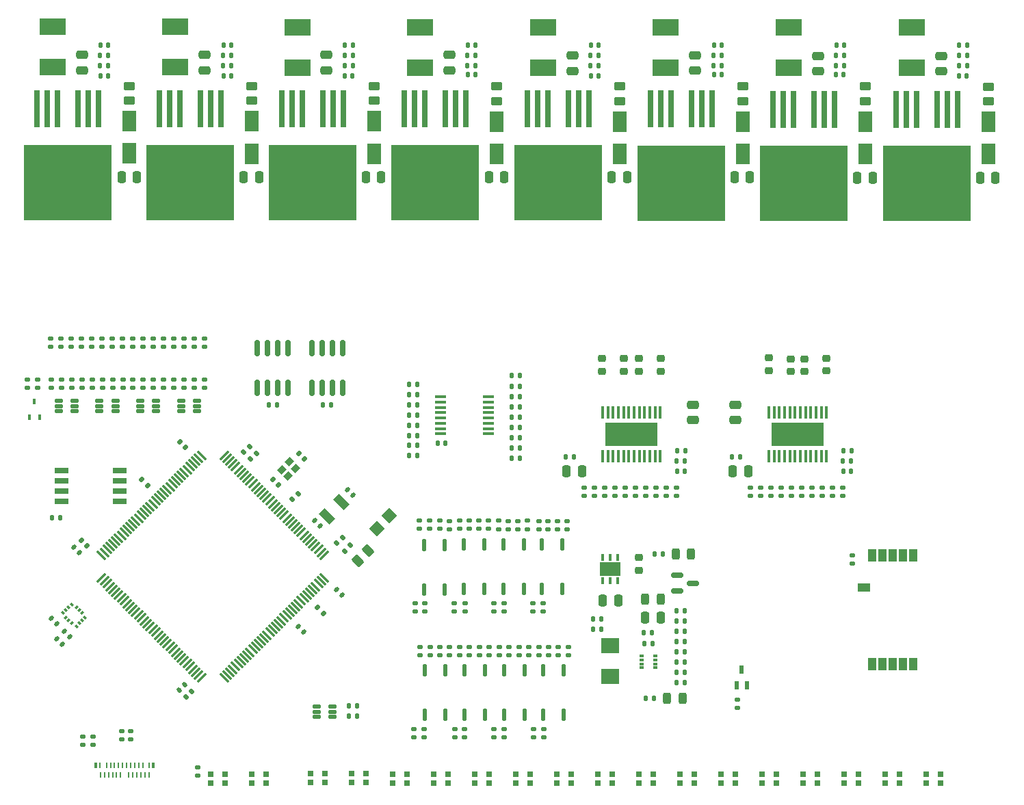
<source format=gbr>
%TF.GenerationSoftware,KiCad,Pcbnew,(6.0.8)*%
%TF.CreationDate,2023-06-01T04:18:12+02:00*%
%TF.ProjectId,pdms,70646d73-2e6b-4696-9361-645f70636258,rev?*%
%TF.SameCoordinates,Original*%
%TF.FileFunction,Paste,Top*%
%TF.FilePolarity,Positive*%
%FSLAX46Y46*%
G04 Gerber Fmt 4.6, Leading zero omitted, Abs format (unit mm)*
G04 Created by KiCad (PCBNEW (6.0.8)) date 2023-06-01 04:18:12*
%MOMM*%
%LPD*%
G01*
G04 APERTURE LIST*
G04 Aperture macros list*
%AMRoundRect*
0 Rectangle with rounded corners*
0 $1 Rounding radius*
0 $2 $3 $4 $5 $6 $7 $8 $9 X,Y pos of 4 corners*
0 Add a 4 corners polygon primitive as box body*
4,1,4,$2,$3,$4,$5,$6,$7,$8,$9,$2,$3,0*
0 Add four circle primitives for the rounded corners*
1,1,$1+$1,$2,$3*
1,1,$1+$1,$4,$5*
1,1,$1+$1,$6,$7*
1,1,$1+$1,$8,$9*
0 Add four rect primitives between the rounded corners*
20,1,$1+$1,$2,$3,$4,$5,0*
20,1,$1+$1,$4,$5,$6,$7,0*
20,1,$1+$1,$6,$7,$8,$9,0*
20,1,$1+$1,$8,$9,$2,$3,0*%
%AMRotRect*
0 Rectangle, with rotation*
0 The origin of the aperture is its center*
0 $1 length*
0 $2 width*
0 $3 Rotation angle, in degrees counterclockwise*
0 Add horizontal line*
21,1,$1,$2,0,0,$3*%
G04 Aperture macros list end*
%ADD10RoundRect,0.140000X0.170000X-0.140000X0.170000X0.140000X-0.170000X0.140000X-0.170000X-0.140000X0*%
%ADD11RoundRect,0.135000X-0.135000X-0.185000X0.135000X-0.185000X0.135000X0.185000X-0.135000X0.185000X0*%
%ADD12RoundRect,0.135000X0.185000X-0.135000X0.185000X0.135000X-0.185000X0.135000X-0.185000X-0.135000X0*%
%ADD13RoundRect,0.135000X-0.185000X0.135000X-0.185000X-0.135000X0.185000X-0.135000X0.185000X0.135000X0*%
%ADD14RoundRect,0.250000X-0.450000X0.262500X-0.450000X-0.262500X0.450000X-0.262500X0.450000X0.262500X0*%
%ADD15RoundRect,0.140000X-0.219203X-0.021213X-0.021213X-0.219203X0.219203X0.021213X0.021213X0.219203X0*%
%ADD16RoundRect,0.135000X0.135000X0.185000X-0.135000X0.185000X-0.135000X-0.185000X0.135000X-0.185000X0*%
%ADD17R,0.800000X4.600000*%
%ADD18R,10.800000X9.400000*%
%ADD19R,0.700000X0.700000*%
%ADD20RoundRect,0.250000X0.250000X0.475000X-0.250000X0.475000X-0.250000X-0.475000X0.250000X-0.475000X0*%
%ADD21R,3.180000X2.000000*%
%ADD22RoundRect,0.225000X0.250000X-0.225000X0.250000X0.225000X-0.250000X0.225000X-0.250000X-0.225000X0*%
%ADD23RoundRect,0.250000X0.475000X-0.250000X0.475000X0.250000X-0.475000X0.250000X-0.475000X-0.250000X0*%
%ADD24RoundRect,0.140000X0.140000X0.170000X-0.140000X0.170000X-0.140000X-0.170000X0.140000X-0.170000X0*%
%ADD25R,0.450000X1.525000*%
%ADD26R,6.500000X2.870000*%
%ADD27R,1.800000X2.500000*%
%ADD28RoundRect,0.150000X-0.587500X-0.150000X0.587500X-0.150000X0.587500X0.150000X-0.587500X0.150000X0*%
%ADD29RoundRect,0.135000X0.226274X0.035355X0.035355X0.226274X-0.226274X-0.035355X-0.035355X-0.226274X0*%
%ADD30RoundRect,0.225000X-0.250000X0.225000X-0.250000X-0.225000X0.250000X-0.225000X0.250000X0.225000X0*%
%ADD31RoundRect,0.019500X0.465500X0.175500X-0.465500X0.175500X-0.465500X-0.175500X0.465500X-0.175500X0*%
%ADD32RoundRect,0.019500X-0.465500X-0.175500X0.465500X-0.175500X0.465500X0.175500X-0.465500X0.175500X0*%
%ADD33R,1.750000X0.650000*%
%ADD34RoundRect,0.137500X0.137500X-0.587500X0.137500X0.587500X-0.137500X0.587500X-0.137500X-0.587500X0*%
%ADD35RoundRect,0.140000X0.219203X0.021213X0.021213X0.219203X-0.219203X-0.021213X-0.021213X-0.219203X0*%
%ADD36RoundRect,0.147500X0.017678X-0.226274X0.226274X-0.017678X-0.017678X0.226274X-0.226274X0.017678X0*%
%ADD37RoundRect,0.135000X-0.226274X-0.035355X-0.035355X-0.226274X0.226274X0.035355X0.035355X0.226274X0*%
%ADD38RoundRect,0.250000X-0.132583X0.503814X-0.503814X0.132583X0.132583X-0.503814X0.503814X-0.132583X0*%
%ADD39R,0.250000X0.750000*%
%ADD40R,0.300000X0.750000*%
%ADD41RoundRect,0.135000X-0.035355X0.226274X-0.226274X0.035355X0.035355X-0.226274X0.226274X-0.035355X0*%
%ADD42RoundRect,0.243750X0.243750X0.456250X-0.243750X0.456250X-0.243750X-0.456250X0.243750X-0.456250X0*%
%ADD43RoundRect,0.250000X-0.250000X-0.475000X0.250000X-0.475000X0.250000X0.475000X-0.250000X0.475000X0*%
%ADD44RotRect,0.300000X1.475000X315.000000*%
%ADD45RotRect,0.300000X1.475000X225.000000*%
%ADD46R,0.475000X0.300000*%
%ADD47RoundRect,0.140000X-0.140000X-0.170000X0.140000X-0.170000X0.140000X0.170000X-0.140000X0.170000X0*%
%ADD48RoundRect,0.135000X0.035355X-0.226274X0.226274X-0.035355X-0.035355X0.226274X-0.226274X0.035355X0*%
%ADD49RotRect,0.250000X0.475000X45.000000*%
%ADD50RotRect,0.250000X0.475000X315.000000*%
%ADD51RoundRect,0.250000X-0.475000X0.250000X-0.475000X-0.250000X0.475000X-0.250000X0.475000X0.250000X0*%
%ADD52R,0.300000X0.850000*%
%ADD53R,2.500000X1.700000*%
%ADD54R,0.450000X0.700000*%
%ADD55RotRect,1.000000X1.800000X225.000000*%
%ADD56RotRect,0.900000X0.800000X45.000000*%
%ADD57RoundRect,0.150000X0.150000X-0.825000X0.150000X0.825000X-0.150000X0.825000X-0.150000X-0.825000X0*%
%ADD58RotRect,1.400000X1.400000X45.000000*%
%ADD59RoundRect,0.243750X-0.243750X-0.456250X0.243750X-0.456250X0.243750X0.456250X-0.243750X0.456250X0*%
%ADD60R,2.286000X1.854500*%
%ADD61R,1.475000X0.450000*%
%ADD62R,1.000000X1.600000*%
%ADD63R,1.600000X1.000000*%
%ADD64R,0.550000X1.000000*%
%ADD65RoundRect,0.140000X-0.021213X0.219203X-0.219203X0.021213X0.021213X-0.219203X0.219203X-0.021213X0*%
G04 APERTURE END LIST*
D10*
%TO.C,C87*%
X120570000Y-132885000D03*
X120570000Y-131925000D03*
%TD*%
D11*
%TO.C,R8*%
X42668000Y-69977000D03*
X43688000Y-69977000D03*
%TD*%
D12*
%TO.C,R68*%
X21434000Y-111112000D03*
X21434000Y-110092000D03*
%TD*%
D13*
%TO.C,C91*%
X39481400Y-158138400D03*
X39481400Y-159158400D03*
%TD*%
D12*
%TO.C,R52*%
X84175600Y-144274000D03*
X84175600Y-143254000D03*
%TD*%
D13*
%TO.C,R88*%
X22606000Y-105027000D03*
X22606000Y-106047000D03*
%TD*%
D14*
%TO.C,R150*%
X122174000Y-73838750D03*
X122174000Y-75663750D03*
%TD*%
D12*
%TO.C,R34*%
X67056000Y-144274000D03*
X67056000Y-143254000D03*
%TD*%
D15*
%TO.C,C78*%
X56673256Y-136101293D03*
X57352078Y-136780115D03*
%TD*%
D12*
%TO.C,R83*%
X36586000Y-111110000D03*
X36586000Y-110090000D03*
%TD*%
D16*
%TO.C,R137*%
X79400200Y-119837200D03*
X78380200Y-119837200D03*
%TD*%
D11*
%TO.C,R46*%
X118514400Y-69951600D03*
X119534400Y-69951600D03*
%TD*%
D17*
%TO.C,IC1*%
X27279600Y-76575000D03*
X26009600Y-76575000D03*
X24739600Y-76575000D03*
X22199600Y-76575000D03*
X20929600Y-76575000D03*
X19659600Y-76575000D03*
D18*
X23469600Y-85725000D03*
%TD*%
D19*
%TO.C,D18*%
X75616400Y-160050000D03*
X75616400Y-158950000D03*
X73786400Y-158950000D03*
X73786400Y-160050000D03*
%TD*%
D12*
%TO.C,R77*%
X28979000Y-111112000D03*
X28979000Y-110092000D03*
%TD*%
D20*
%TO.C,C34*%
X123073200Y-85108450D03*
X121173200Y-85108450D03*
%TD*%
D11*
%TO.C,R143*%
X78380200Y-113487200D03*
X79400200Y-113487200D03*
%TD*%
D12*
%TO.C,R25*%
X96280000Y-124516000D03*
X96280000Y-123496000D03*
%TD*%
D21*
%TO.C,F9*%
X127882140Y-71543000D03*
X127882140Y-66543000D03*
%TD*%
D16*
%TO.C,R152*%
X79400200Y-114757200D03*
X78380200Y-114757200D03*
%TD*%
D22*
%TO.C,C73*%
X117348000Y-109029800D03*
X117348000Y-107479800D03*
%TD*%
D23*
%TO.C,C27*%
X85902800Y-71917600D03*
X85902800Y-70017600D03*
%TD*%
D12*
%TO.C,R173*%
X31242000Y-154686000D03*
X31242000Y-153666000D03*
%TD*%
%TO.C,R106*%
X28956000Y-106047000D03*
X28956000Y-105027000D03*
%TD*%
D19*
%TO.C,D10*%
X55296400Y-160020000D03*
X55296400Y-158920000D03*
X53466400Y-158920000D03*
X53466400Y-160020000D03*
%TD*%
D13*
%TO.C,R130*%
X67564000Y-153388600D03*
X67564000Y-154408600D03*
%TD*%
D22*
%TO.C,C70*%
X110223000Y-109004800D03*
X110223000Y-107454800D03*
%TD*%
D24*
%TO.C,C32*%
X119532400Y-68681600D03*
X118572400Y-68681600D03*
%TD*%
D16*
%TO.C,R156*%
X79400200Y-112217200D03*
X78380200Y-112217200D03*
%TD*%
D25*
%TO.C,IC7*%
X89638000Y-119606000D03*
X90288000Y-119606000D03*
X90938000Y-119606000D03*
X91588000Y-119606000D03*
X92238000Y-119606000D03*
X92888000Y-119606000D03*
X93538000Y-119606000D03*
X94188000Y-119606000D03*
X94838000Y-119606000D03*
X95488000Y-119606000D03*
X96138000Y-119606000D03*
X96788000Y-119606000D03*
X96788000Y-114182000D03*
X96138000Y-114182000D03*
X95488000Y-114182000D03*
X94838000Y-114182000D03*
X94188000Y-114182000D03*
X93538000Y-114182000D03*
X92888000Y-114182000D03*
X92238000Y-114182000D03*
X91588000Y-114182000D03*
X90938000Y-114182000D03*
X90288000Y-114182000D03*
X89638000Y-114182000D03*
D26*
X93213000Y-116894000D03*
%TD*%
D19*
%TO.C,D21*%
X106096400Y-160050000D03*
X106096400Y-158950000D03*
X104266400Y-158950000D03*
X104266400Y-160050000D03*
%TD*%
D23*
%TO.C,C39*%
X131521200Y-71968400D03*
X131521200Y-70068400D03*
%TD*%
D13*
%TO.C,R80*%
X32766000Y-110094000D03*
X32766000Y-111114000D03*
%TD*%
D16*
%TO.C,R62*%
X99824000Y-142544800D03*
X98804000Y-142544800D03*
%TD*%
D12*
%TO.C,R9*%
X74345800Y-128602200D03*
X74345800Y-127582200D03*
%TD*%
D24*
%TO.C,C24*%
X89152000Y-68707000D03*
X88192000Y-68707000D03*
%TD*%
D27*
%TO.C,D5*%
X76550780Y-82168000D03*
X76550780Y-78168000D03*
%TD*%
D12*
%TO.C,R75*%
X26439000Y-111112000D03*
X26439000Y-110092000D03*
%TD*%
D28*
%TO.C,Q1*%
X98902400Y-134370800D03*
X98902400Y-136270800D03*
X100777400Y-135320800D03*
%TD*%
D11*
%TO.C,R109*%
X96063100Y-131724400D03*
X97083100Y-131724400D03*
%TD*%
D29*
%TO.C,C42*%
X49529108Y-123182699D03*
X48807860Y-122461451D03*
%TD*%
D13*
%TO.C,R49*%
X82956400Y-143254000D03*
X82956400Y-144274000D03*
%TD*%
%TO.C,R111*%
X70662800Y-127618200D03*
X70662800Y-128638200D03*
%TD*%
%TO.C,R179*%
X25273000Y-154303000D03*
X25273000Y-155323000D03*
%TD*%
D12*
%TO.C,R41*%
X74371200Y-144274000D03*
X74371200Y-143254000D03*
%TD*%
D23*
%TO.C,C23*%
X70662800Y-71816000D03*
X70662800Y-69916000D03*
%TD*%
D12*
%TO.C,R165*%
X39116000Y-106047000D03*
X39116000Y-105027000D03*
%TD*%
D13*
%TO.C,R112*%
X67665600Y-137767600D03*
X67665600Y-138787600D03*
%TD*%
D30*
%TO.C,C55*%
X94149900Y-132155800D03*
X94149900Y-133705800D03*
%TD*%
D20*
%TO.C,C54*%
X91549900Y-137430800D03*
X89649900Y-137430800D03*
%TD*%
D29*
%TO.C,C48*%
X33319957Y-123224560D03*
X32598709Y-122503312D03*
%TD*%
D15*
%TO.C,C81*%
X52004547Y-140724039D03*
X52683369Y-141402861D03*
%TD*%
D24*
%TO.C,C5*%
X43686000Y-68707000D03*
X42726000Y-68707000D03*
%TD*%
D31*
%TO.C,D24*%
X29324000Y-114046000D03*
X29324000Y-113396000D03*
X29324000Y-112746000D03*
D32*
X27364000Y-112746000D03*
X27364000Y-113396000D03*
X27364000Y-114046000D03*
%TD*%
D13*
%TO.C,R122*%
X85242400Y-127607600D03*
X85242400Y-128627600D03*
%TD*%
D33*
%TO.C,IC20*%
X29910000Y-125160000D03*
X29910000Y-123890000D03*
X29910000Y-122620000D03*
X29910000Y-121350000D03*
X22660000Y-121350000D03*
X22660000Y-122620000D03*
X22660000Y-123890000D03*
X22660000Y-125160000D03*
%TD*%
D21*
%TO.C,F2*%
X21590000Y-71455000D03*
X21590000Y-66455000D03*
%TD*%
D11*
%TO.C,R153*%
X65682600Y-118262400D03*
X66702600Y-118262400D03*
%TD*%
D13*
%TO.C,R86*%
X40396000Y-110092000D03*
X40396000Y-111112000D03*
%TD*%
%TO.C,R162*%
X35306000Y-105027000D03*
X35306000Y-106047000D03*
%TD*%
D34*
%TO.C,U4*%
X72491600Y-136049200D03*
X75031600Y-136049200D03*
X75031600Y-130549200D03*
X72491600Y-130549200D03*
%TD*%
D12*
%TO.C,R91*%
X26416000Y-106047000D03*
X26416000Y-105027000D03*
%TD*%
D19*
%TO.C,D15*%
X121336400Y-160050000D03*
X121336400Y-158950000D03*
X119506400Y-158950000D03*
X119506400Y-160050000D03*
%TD*%
D20*
%TO.C,C56*%
X96809600Y-139573000D03*
X94909600Y-139573000D03*
%TD*%
%TO.C,C22*%
X77449980Y-85070200D03*
X75549980Y-85070200D03*
%TD*%
D12*
%TO.C,R50*%
X81737200Y-144274000D03*
X81737200Y-143254000D03*
%TD*%
D13*
%TO.C,R124*%
X75565000Y-143254000D03*
X75565000Y-144274000D03*
%TD*%
D24*
%TO.C,C65*%
X49305400Y-113244400D03*
X48345400Y-113244400D03*
%TD*%
D35*
%TO.C,C82*%
X24883608Y-131584542D03*
X24204786Y-130905720D03*
%TD*%
D13*
%TO.C,R43*%
X78079600Y-143254000D03*
X78079600Y-144274000D03*
%TD*%
D17*
%TO.C,IC5*%
X87948520Y-76624750D03*
X86678520Y-76624750D03*
X85408520Y-76624750D03*
X82868520Y-76624750D03*
X81598520Y-76624750D03*
X80328520Y-76624750D03*
D18*
X84138520Y-85774750D03*
%TD*%
D13*
%TO.C,R133*%
X82346800Y-153414000D03*
X82346800Y-154434000D03*
%TD*%
D11*
%TO.C,R28*%
X85102000Y-119733000D03*
X86122000Y-119733000D03*
%TD*%
D14*
%TO.C,R151*%
X137381740Y-73851500D03*
X137381740Y-75676500D03*
%TD*%
D12*
%TO.C,R87*%
X21336000Y-106047000D03*
X21336000Y-105027000D03*
%TD*%
D13*
%TO.C,R132*%
X77419200Y-153414000D03*
X77419200Y-154434000D03*
%TD*%
D22*
%TO.C,C72*%
X114623000Y-109097800D03*
X114623000Y-107547800D03*
%TD*%
D36*
%TO.C,D33*%
X57715990Y-131337055D03*
X58401884Y-130651161D03*
%TD*%
D17*
%TO.C,IC3*%
X57533040Y-76599250D03*
X56263040Y-76599250D03*
X54993040Y-76599250D03*
X52453040Y-76599250D03*
X51183040Y-76599250D03*
X49913040Y-76599250D03*
D18*
X53723040Y-85749250D03*
%TD*%
D37*
%TO.C,C46*%
X52040752Y-119228559D03*
X52762000Y-119949807D03*
%TD*%
D13*
%TO.C,R100*%
X113036889Y-123474455D03*
X113036889Y-124494455D03*
%TD*%
%TO.C,R164*%
X37846000Y-105027000D03*
X37846000Y-106047000D03*
%TD*%
%TO.C,R107*%
X30226000Y-105027000D03*
X30226000Y-106047000D03*
%TD*%
D34*
%TO.C,U8*%
X72517000Y-151594000D03*
X75057000Y-151594000D03*
X75057000Y-146094000D03*
X72517000Y-146094000D03*
%TD*%
D12*
%TO.C,R110*%
X66446400Y-138787600D03*
X66446400Y-137767600D03*
%TD*%
D11*
%TO.C,C63*%
X88440800Y-140995400D03*
X89460800Y-140995400D03*
%TD*%
D12*
%TO.C,R119*%
X81127600Y-154434000D03*
X81127600Y-153414000D03*
%TD*%
D38*
%TO.C,R54*%
X60589235Y-131307765D03*
X59298765Y-132598235D03*
%TD*%
D17*
%TO.C,IC9*%
X133571740Y-76663000D03*
X132301740Y-76663000D03*
X131031740Y-76663000D03*
X128491740Y-76663000D03*
X127221740Y-76663000D03*
X125951740Y-76663000D03*
D18*
X129761740Y-85813000D03*
%TD*%
D16*
%TO.C,C60*%
X99824000Y-147624800D03*
X98804000Y-147624800D03*
%TD*%
D13*
%TO.C,R98*%
X110496889Y-123474455D03*
X110496889Y-124494455D03*
%TD*%
D20*
%TO.C,C30*%
X107865460Y-85095700D03*
X105965460Y-85095700D03*
%TD*%
D24*
%TO.C,C9*%
X58701440Y-68707000D03*
X57741440Y-68707000D03*
%TD*%
D39*
%TO.C,J6*%
X27430000Y-157838800D03*
X28230000Y-157838800D03*
X28730000Y-157838800D03*
X29230000Y-157838800D03*
X29730000Y-157838800D03*
X30230000Y-157838800D03*
X30730000Y-157838800D03*
X31230000Y-157838800D03*
X31730000Y-157838800D03*
X32230000Y-157838800D03*
X32730000Y-157838800D03*
X33530000Y-157838800D03*
X33480000Y-159088800D03*
X32980000Y-159088800D03*
X32480000Y-159088800D03*
X31980000Y-159088800D03*
X31480000Y-159088800D03*
X30980000Y-159088800D03*
X29980000Y-159088800D03*
X29480000Y-159088800D03*
X28980000Y-159088800D03*
X28480000Y-159088800D03*
X27980000Y-159088800D03*
X27480000Y-159088800D03*
D40*
X26930000Y-157838800D03*
X34030000Y-157838800D03*
%TD*%
D12*
%TO.C,R104*%
X119386889Y-124494455D03*
X119386889Y-123474455D03*
%TD*%
D41*
%TO.C,C49*%
X38799329Y-148709113D03*
X38078081Y-149430361D03*
%TD*%
D19*
%TO.C,D16*%
X70536400Y-160050000D03*
X70536400Y-158950000D03*
X68706400Y-158950000D03*
X68706400Y-160050000D03*
%TD*%
D27*
%TO.C,D1*%
X31089600Y-82131000D03*
X31089600Y-78131000D03*
%TD*%
D42*
%TO.C,D34*%
X99517200Y-149606000D03*
X97642200Y-149606000D03*
%TD*%
D13*
%TO.C,R92*%
X27686000Y-105027000D03*
X27686000Y-106047000D03*
%TD*%
D16*
%TO.C,R154*%
X66677000Y-119481600D03*
X65657000Y-119481600D03*
%TD*%
D11*
%TO.C,R141*%
X65682600Y-115824000D03*
X66702600Y-115824000D03*
%TD*%
D13*
%TO.C,R71*%
X25244000Y-110092000D03*
X25244000Y-111112000D03*
%TD*%
%TO.C,R97*%
X109226889Y-123474455D03*
X109226889Y-124494455D03*
%TD*%
D24*
%TO.C,C28*%
X104392000Y-68681600D03*
X103432000Y-68681600D03*
%TD*%
D19*
%TO.C,D36*%
X48016400Y-160062000D03*
X48016400Y-158962000D03*
X46186400Y-158962000D03*
X46186400Y-160062000D03*
%TD*%
D43*
%TO.C,C19*%
X85170000Y-121511000D03*
X87070000Y-121511000D03*
%TD*%
D11*
%TO.C,R60*%
X98804000Y-145084800D03*
X99824000Y-145084800D03*
%TD*%
%TO.C,R96*%
X119384889Y-120219455D03*
X120404889Y-120219455D03*
%TD*%
D19*
%TO.C,D30*%
X101016400Y-160050000D03*
X101016400Y-158950000D03*
X99186400Y-158950000D03*
X99186400Y-160050000D03*
%TD*%
D11*
%TO.C,R53*%
X133722140Y-71221600D03*
X134742140Y-71221600D03*
%TD*%
D24*
%TO.C,C64*%
X56004400Y-113244400D03*
X55044400Y-113244400D03*
%TD*%
D12*
%TO.C,R175*%
X30099000Y-154686000D03*
X30099000Y-153666000D03*
%TD*%
D17*
%TO.C,IC2*%
X42409600Y-76586500D03*
X41139600Y-76586500D03*
X39869600Y-76586500D03*
X37329600Y-76586500D03*
X36059600Y-76586500D03*
X34789600Y-76586500D03*
D18*
X38599600Y-85736500D03*
%TD*%
D13*
%TO.C,R166*%
X40386000Y-105027000D03*
X40386000Y-106047000D03*
%TD*%
D11*
%TO.C,R105*%
X119427889Y-118949455D03*
X120447889Y-118949455D03*
%TD*%
D44*
%TO.C,IC19*%
X55174508Y-131868942D03*
X54820955Y-131515388D03*
X54467401Y-131161835D03*
X54113848Y-130808282D03*
X53760294Y-130454728D03*
X53406741Y-130101175D03*
X53053188Y-129747621D03*
X52699634Y-129394068D03*
X52346081Y-129040515D03*
X51992527Y-128686961D03*
X51638974Y-128333408D03*
X51285421Y-127979854D03*
X50931867Y-127626301D03*
X50578314Y-127272748D03*
X50224760Y-126919194D03*
X49871207Y-126565641D03*
X49517654Y-126212087D03*
X49164100Y-125858534D03*
X48810547Y-125504981D03*
X48456994Y-125151427D03*
X48103440Y-124797874D03*
X47749887Y-124444321D03*
X47396333Y-124090767D03*
X47042780Y-123737214D03*
X46689227Y-123383660D03*
X46335673Y-123030107D03*
X45982120Y-122676554D03*
X45628566Y-122323000D03*
X45275013Y-121969447D03*
X44921460Y-121615893D03*
X44567906Y-121262340D03*
X44214353Y-120908787D03*
X43860799Y-120555233D03*
X43507246Y-120201680D03*
X43153693Y-119848126D03*
X42800139Y-119494573D03*
D45*
X39988683Y-119494573D03*
X39635129Y-119848126D03*
X39281576Y-120201680D03*
X38928023Y-120555233D03*
X38574469Y-120908787D03*
X38220916Y-121262340D03*
X37867362Y-121615893D03*
X37513809Y-121969447D03*
X37160256Y-122323000D03*
X36806702Y-122676554D03*
X36453149Y-123030107D03*
X36099595Y-123383660D03*
X35746042Y-123737214D03*
X35392489Y-124090767D03*
X35038935Y-124444321D03*
X34685382Y-124797874D03*
X34331828Y-125151427D03*
X33978275Y-125504981D03*
X33624722Y-125858534D03*
X33271168Y-126212087D03*
X32917615Y-126565641D03*
X32564062Y-126919194D03*
X32210508Y-127272748D03*
X31856955Y-127626301D03*
X31503401Y-127979854D03*
X31149848Y-128333408D03*
X30796295Y-128686961D03*
X30442741Y-129040515D03*
X30089188Y-129394068D03*
X29735634Y-129747621D03*
X29382081Y-130101175D03*
X29028528Y-130454728D03*
X28674974Y-130808282D03*
X28321421Y-131161835D03*
X27967867Y-131515388D03*
X27614314Y-131868942D03*
D44*
X27614314Y-134680398D03*
X27967867Y-135033952D03*
X28321421Y-135387505D03*
X28674974Y-135741058D03*
X29028528Y-136094612D03*
X29382081Y-136448165D03*
X29735634Y-136801719D03*
X30089188Y-137155272D03*
X30442741Y-137508825D03*
X30796295Y-137862379D03*
X31149848Y-138215932D03*
X31503401Y-138569486D03*
X31856955Y-138923039D03*
X32210508Y-139276592D03*
X32564062Y-139630146D03*
X32917615Y-139983699D03*
X33271168Y-140337253D03*
X33624722Y-140690806D03*
X33978275Y-141044359D03*
X34331828Y-141397913D03*
X34685382Y-141751466D03*
X35038935Y-142105019D03*
X35392489Y-142458573D03*
X35746042Y-142812126D03*
X36099595Y-143165680D03*
X36453149Y-143519233D03*
X36806702Y-143872786D03*
X37160256Y-144226340D03*
X37513809Y-144579893D03*
X37867362Y-144933447D03*
X38220916Y-145287000D03*
X38574469Y-145640553D03*
X38928023Y-145994107D03*
X39281576Y-146347660D03*
X39635129Y-146701214D03*
X39988683Y-147054767D03*
D45*
X42800139Y-147054767D03*
X43153693Y-146701214D03*
X43507246Y-146347660D03*
X43860799Y-145994107D03*
X44214353Y-145640553D03*
X44567906Y-145287000D03*
X44921460Y-144933447D03*
X45275013Y-144579893D03*
X45628566Y-144226340D03*
X45982120Y-143872786D03*
X46335673Y-143519233D03*
X46689227Y-143165680D03*
X47042780Y-142812126D03*
X47396333Y-142458573D03*
X47749887Y-142105019D03*
X48103440Y-141751466D03*
X48456994Y-141397913D03*
X48810547Y-141044359D03*
X49164100Y-140690806D03*
X49517654Y-140337253D03*
X49871207Y-139983699D03*
X50224760Y-139630146D03*
X50578314Y-139276592D03*
X50931867Y-138923039D03*
X51285421Y-138569486D03*
X51638974Y-138215932D03*
X51992527Y-137862379D03*
X52346081Y-137508825D03*
X52699634Y-137155272D03*
X53053188Y-136801719D03*
X53406741Y-136448165D03*
X53760294Y-136094612D03*
X54113848Y-135741058D03*
X54467401Y-135387505D03*
X54820955Y-135033952D03*
X55174508Y-134680398D03*
%TD*%
D12*
%TO.C,R161*%
X34036000Y-106047000D03*
X34036000Y-105027000D03*
%TD*%
D22*
%TO.C,C16*%
X94150000Y-109075000D03*
X94150000Y-107525000D03*
%TD*%
D11*
%TO.C,R3*%
X27430000Y-69977000D03*
X28450000Y-69977000D03*
%TD*%
D31*
%TO.C,D26*%
X39471000Y-114046000D03*
X39471000Y-113396000D03*
X39471000Y-112746000D03*
D32*
X37511000Y-112746000D03*
X37511000Y-113396000D03*
X37511000Y-114046000D03*
%TD*%
D19*
%TO.C,D29*%
X42936400Y-160062000D03*
X42936400Y-158962000D03*
X41106400Y-158962000D03*
X41106400Y-160062000D03*
%TD*%
D15*
%TO.C,C75*%
X22090589Y-142227589D03*
X22769411Y-142906411D03*
%TD*%
D46*
%TO.C,IC11*%
X94471500Y-144304800D03*
X94471500Y-144804800D03*
X94471500Y-145304800D03*
X94471500Y-145804800D03*
X96147500Y-145804800D03*
X96147500Y-145304800D03*
X96147500Y-144804800D03*
X96147500Y-144304800D03*
%TD*%
D12*
%TO.C,R4*%
X69456800Y-128602200D03*
X69456800Y-127582200D03*
%TD*%
D47*
%TO.C,C37*%
X133733600Y-72491600D03*
X134693600Y-72491600D03*
%TD*%
D13*
%TO.C,R131*%
X72517000Y-153414000D03*
X72517000Y-154434000D03*
%TD*%
D11*
%TO.C,R35*%
X88134000Y-69977000D03*
X89154000Y-69977000D03*
%TD*%
D12*
%TO.C,R19*%
X84074000Y-128627600D03*
X84074000Y-127607600D03*
%TD*%
D13*
%TO.C,R69*%
X22704000Y-110092000D03*
X22704000Y-111112000D03*
%TD*%
D23*
%TO.C,C4*%
X25196800Y-71816000D03*
X25196800Y-69916000D03*
%TD*%
D27*
%TO.C,D3*%
X61343040Y-82155250D03*
X61343040Y-78155250D03*
%TD*%
D48*
%TO.C,R66*%
X56710485Y-130366904D03*
X57431733Y-129645656D03*
%TD*%
D13*
%TO.C,R29*%
X87390000Y-123496000D03*
X87390000Y-124516000D03*
%TD*%
D19*
%TO.C,D19*%
X111176400Y-160050000D03*
X111176400Y-158950000D03*
X109346400Y-158950000D03*
X109346400Y-160050000D03*
%TD*%
D49*
%TO.C,IC15*%
X23908318Y-137947658D03*
X23554765Y-138301212D03*
X23201212Y-138654765D03*
X22847658Y-139008318D03*
D50*
X23201212Y-139591682D03*
X23554765Y-139945235D03*
X23908318Y-140298788D03*
D49*
X24491682Y-140652342D03*
X24845235Y-140298788D03*
X25198788Y-139945235D03*
X25552342Y-139591682D03*
D50*
X25198788Y-139008318D03*
X24845235Y-138654765D03*
X24491682Y-138301212D03*
%TD*%
D14*
%TO.C,R144*%
X31089600Y-73763500D03*
X31089600Y-75588500D03*
%TD*%
D27*
%TO.C,D2*%
X46219600Y-82142500D03*
X46219600Y-78142500D03*
%TD*%
D13*
%TO.C,R126*%
X85394800Y-143254000D03*
X85394800Y-144274000D03*
%TD*%
D47*
%TO.C,C6*%
X42700000Y-72517000D03*
X43660000Y-72517000D03*
%TD*%
D11*
%TO.C,R51*%
X133722140Y-69951600D03*
X134742140Y-69951600D03*
%TD*%
D22*
%TO.C,C17*%
X96800000Y-109075000D03*
X96800000Y-107525000D03*
%TD*%
D51*
%TO.C,C69*%
X106045000Y-113223000D03*
X106045000Y-115123000D03*
%TD*%
D12*
%TO.C,R79*%
X31496000Y-111114000D03*
X31496000Y-110094000D03*
%TD*%
D13*
%TO.C,R76*%
X27709000Y-110092000D03*
X27709000Y-111112000D03*
%TD*%
D48*
%TO.C,C43*%
X46039376Y-119960624D03*
X46760624Y-119239376D03*
%TD*%
D12*
%TO.C,R113*%
X71272400Y-138787600D03*
X71272400Y-137767600D03*
%TD*%
D14*
%TO.C,R149*%
X106966260Y-73826000D03*
X106966260Y-75651000D03*
%TD*%
D12*
%TO.C,R14*%
X79146400Y-128627600D03*
X79146400Y-127607600D03*
%TD*%
%TO.C,R2*%
X66979800Y-128604199D03*
X66979800Y-127584199D03*
%TD*%
D13*
%TO.C,R44*%
X93740000Y-123496000D03*
X93740000Y-124516000D03*
%TD*%
D16*
%TO.C,C61*%
X99764500Y-138760200D03*
X98744500Y-138760200D03*
%TD*%
D13*
%TO.C,R21*%
X89930000Y-123496000D03*
X89930000Y-124516000D03*
%TD*%
D11*
%TO.C,R61*%
X98804000Y-146354800D03*
X99824000Y-146354800D03*
%TD*%
D19*
%TO.C,D17*%
X116256400Y-160050000D03*
X116256400Y-158950000D03*
X114426400Y-158950000D03*
X114426400Y-160050000D03*
%TD*%
D12*
%TO.C,R17*%
X81737200Y-128627600D03*
X81737200Y-127607600D03*
%TD*%
D13*
%TO.C,R123*%
X70688200Y-143254000D03*
X70688200Y-144274000D03*
%TD*%
D52*
%TO.C,IC10*%
X89603500Y-135045400D03*
X90553500Y-135045400D03*
X91503500Y-135045400D03*
X91503500Y-132145400D03*
X90553500Y-132145400D03*
X89603500Y-132145400D03*
D53*
X90553500Y-133595400D03*
%TD*%
D47*
%TO.C,C10*%
X57686000Y-72517000D03*
X58646000Y-72517000D03*
%TD*%
D20*
%TO.C,C3*%
X31988800Y-85033200D03*
X30088800Y-85033200D03*
%TD*%
D29*
%TO.C,C41*%
X25826183Y-130721165D03*
X25104935Y-129999917D03*
%TD*%
D12*
%TO.C,R103*%
X118116889Y-124494455D03*
X118116889Y-123474455D03*
%TD*%
D11*
%TO.C,R139*%
X78380200Y-116027200D03*
X79400200Y-116027200D03*
%TD*%
D47*
%TO.C,C86*%
X58270000Y-150550000D03*
X59230000Y-150550000D03*
%TD*%
D13*
%TO.C,R23*%
X92470000Y-123496000D03*
X92470000Y-124516000D03*
%TD*%
D11*
%TO.C,R64*%
X98787300Y-140019800D03*
X99807300Y-140019800D03*
%TD*%
D12*
%TO.C,R36*%
X69477466Y-144274000D03*
X69477466Y-143254000D03*
%TD*%
D11*
%TO.C,R37*%
X88134000Y-71247000D03*
X89154000Y-71247000D03*
%TD*%
D19*
%TO.C,D20*%
X80696400Y-160050000D03*
X80696400Y-158950000D03*
X78866400Y-158950000D03*
X78866400Y-160050000D03*
%TD*%
D54*
%TO.C,D37*%
X18654000Y-114792000D03*
X19954000Y-114792000D03*
X19304000Y-112792000D03*
%TD*%
D13*
%TO.C,R22*%
X91200000Y-123496000D03*
X91200000Y-124516000D03*
%TD*%
%TO.C,R20*%
X88660000Y-123496000D03*
X88660000Y-124516000D03*
%TD*%
D12*
%TO.C,R114*%
X76149200Y-138787600D03*
X76149200Y-137767600D03*
%TD*%
D19*
%TO.C,D32*%
X95936400Y-160050000D03*
X95936400Y-158950000D03*
X94106400Y-158950000D03*
X94106400Y-160050000D03*
%TD*%
D17*
%TO.C,IC8*%
X118364000Y-76650250D03*
X117094000Y-76650250D03*
X115824000Y-76650250D03*
X113284000Y-76650250D03*
X112014000Y-76650250D03*
X110744000Y-76650250D03*
D18*
X114554000Y-85800250D03*
%TD*%
D55*
%TO.C,Y2*%
X55540647Y-127082534D03*
X57308413Y-125314768D03*
%TD*%
D13*
%TO.C,R125*%
X80518000Y-143254000D03*
X80518000Y-144274000D03*
%TD*%
D11*
%TO.C,R18*%
X72891180Y-69977000D03*
X73911180Y-69977000D03*
%TD*%
D27*
%TO.C,D9*%
X137381740Y-82219000D03*
X137381740Y-78219000D03*
%TD*%
D15*
%TO.C,C76*%
X23045166Y-141321503D03*
X23723988Y-142000325D03*
%TD*%
D47*
%TO.C,C2*%
X27488000Y-72517000D03*
X28448000Y-72517000D03*
%TD*%
D13*
%TO.C,R6*%
X73152000Y-127582200D03*
X73152000Y-128602200D03*
%TD*%
D21*
%TO.C,F3*%
X36720000Y-71466500D03*
X36720000Y-66466500D03*
%TD*%
D24*
%TO.C,C36*%
X134740140Y-68681600D03*
X133780140Y-68681600D03*
%TD*%
D20*
%TO.C,C38*%
X138280940Y-85121200D03*
X136380940Y-85121200D03*
%TD*%
D16*
%TO.C,C58*%
X95760000Y-141452600D03*
X94740000Y-141452600D03*
%TD*%
D13*
%TO.C,R129*%
X82245200Y-137767600D03*
X82245200Y-138787600D03*
%TD*%
D21*
%TO.C,F4*%
X51843440Y-71479250D03*
X51843440Y-66479250D03*
%TD*%
D11*
%TO.C,C62*%
X88440800Y-139725400D03*
X89460800Y-139725400D03*
%TD*%
D13*
%TO.C,R38*%
X73152000Y-143254000D03*
X73152000Y-144274000D03*
%TD*%
D11*
%TO.C,R42*%
X103374000Y-71221600D03*
X104394000Y-71221600D03*
%TD*%
D13*
%TO.C,R95*%
X107956889Y-123474455D03*
X107956889Y-124494455D03*
%TD*%
D14*
%TO.C,R147*%
X76550780Y-73800500D03*
X76550780Y-75625500D03*
%TD*%
D12*
%TO.C,R24*%
X95010000Y-124516000D03*
X95010000Y-123496000D03*
%TD*%
D13*
%TO.C,R128*%
X77419200Y-137767600D03*
X77419200Y-138787600D03*
%TD*%
D12*
%TO.C,R118*%
X76200000Y-154434000D03*
X76200000Y-153414000D03*
%TD*%
D23*
%TO.C,C12*%
X55473600Y-71816000D03*
X55473600Y-69916000D03*
%TD*%
D15*
%TO.C,C85*%
X58031362Y-123720667D03*
X58710184Y-124399489D03*
%TD*%
D21*
%TO.C,F5*%
X67051180Y-71492000D03*
X67051180Y-66492000D03*
%TD*%
D19*
%TO.C,D13*%
X126416400Y-160050000D03*
X126416400Y-158950000D03*
X124586400Y-158950000D03*
X124586400Y-160050000D03*
%TD*%
D12*
%TO.C,R159*%
X31496000Y-106047000D03*
X31496000Y-105027000D03*
%TD*%
D11*
%TO.C,R10*%
X42668000Y-71247000D03*
X43688000Y-71247000D03*
%TD*%
D47*
%TO.C,C25*%
X88166000Y-72517000D03*
X89126000Y-72517000D03*
%TD*%
D11*
%TO.C,R30*%
X98818000Y-120241000D03*
X99838000Y-120241000D03*
%TD*%
D27*
%TO.C,D7*%
X106966260Y-82193500D03*
X106966260Y-78193500D03*
%TD*%
D20*
%TO.C,C11*%
X62242240Y-85057450D03*
X60342240Y-85057450D03*
%TD*%
D23*
%TO.C,C35*%
X116281200Y-71943000D03*
X116281200Y-70043000D03*
%TD*%
D16*
%TO.C,C59*%
X99837300Y-143814800D03*
X98817300Y-143814800D03*
%TD*%
D21*
%TO.C,F7*%
X97466660Y-71517500D03*
X97466660Y-66517500D03*
%TD*%
D15*
%TO.C,C74*%
X21385589Y-139660589D03*
X22064411Y-140339411D03*
%TD*%
D19*
%TO.C,D14*%
X65456400Y-160050000D03*
X65456400Y-158950000D03*
X63626400Y-158950000D03*
X63626400Y-160050000D03*
%TD*%
D24*
%TO.C,C67*%
X120374889Y-121489455D03*
X119414889Y-121489455D03*
%TD*%
D12*
%TO.C,R26*%
X97550000Y-124516000D03*
X97550000Y-123496000D03*
%TD*%
D11*
%TO.C,R94*%
X105668889Y-119711455D03*
X106688889Y-119711455D03*
%TD*%
%TO.C,R13*%
X57683440Y-69977000D03*
X58703440Y-69977000D03*
%TD*%
D56*
%TO.C,Y1*%
X50678864Y-122089512D03*
X51668813Y-121099563D03*
X50890996Y-120321746D03*
X49901047Y-121311695D03*
%TD*%
D12*
%TO.C,R81*%
X34036000Y-111114000D03*
X34036000Y-110094000D03*
%TD*%
D11*
%TO.C,R155*%
X78380200Y-110947200D03*
X79400200Y-110947200D03*
%TD*%
D12*
%TO.C,R117*%
X71374000Y-154434000D03*
X71374000Y-153414000D03*
%TD*%
D14*
%TO.C,R148*%
X91758520Y-73813250D03*
X91758520Y-75638250D03*
%TD*%
D12*
%TO.C,R47*%
X79298800Y-144274000D03*
X79298800Y-143254000D03*
%TD*%
D57*
%TO.C,U2*%
X53619400Y-111147400D03*
X54889400Y-111147400D03*
X56159400Y-111147400D03*
X57429400Y-111147400D03*
X57429400Y-106197400D03*
X56159400Y-106197400D03*
X54889400Y-106197400D03*
X53619400Y-106197400D03*
%TD*%
D14*
%TO.C,R145*%
X46219600Y-73775000D03*
X46219600Y-75600000D03*
%TD*%
D34*
%TO.C,U9*%
X77419200Y-151594000D03*
X79959200Y-151594000D03*
X79959200Y-146094000D03*
X77419200Y-146094000D03*
%TD*%
D13*
%TO.C,R82*%
X35306000Y-110096000D03*
X35306000Y-111116000D03*
%TD*%
D11*
%TO.C,R157*%
X65682600Y-110744000D03*
X66702600Y-110744000D03*
%TD*%
D34*
%TO.C,U7*%
X67589400Y-151619400D03*
X70129400Y-151619400D03*
X70129400Y-146119400D03*
X67589400Y-146119400D03*
%TD*%
D12*
%TO.C,R163*%
X36576000Y-106047000D03*
X36576000Y-105027000D03*
%TD*%
D58*
%TO.C,C40*%
X63261817Y-126984183D03*
X61706183Y-128539817D03*
%TD*%
D12*
%TO.C,R115*%
X80975200Y-138787600D03*
X80975200Y-137767600D03*
%TD*%
D13*
%TO.C,R16*%
X82905600Y-127607600D03*
X82905600Y-128627600D03*
%TD*%
D12*
%TO.C,R102*%
X116846889Y-124494455D03*
X116846889Y-123474455D03*
%TD*%
D31*
%TO.C,D25*%
X34381000Y-114046000D03*
X34381000Y-113396000D03*
X34381000Y-112746000D03*
D32*
X32421000Y-112746000D03*
X32421000Y-113396000D03*
X32421000Y-114046000D03*
%TD*%
D47*
%TO.C,C21*%
X72954000Y-72390000D03*
X73914000Y-72390000D03*
%TD*%
D59*
%TO.C,F1*%
X94922100Y-137287000D03*
X96797100Y-137287000D03*
%TD*%
D24*
%TO.C,C13*%
X73909180Y-68707000D03*
X72949180Y-68707000D03*
%TD*%
D12*
%TO.C,R116*%
X66294000Y-154434000D03*
X66294000Y-153414000D03*
%TD*%
D19*
%TO.C,D12*%
X60376400Y-159999200D03*
X60376400Y-158899200D03*
X58546400Y-158899200D03*
X58546400Y-159999200D03*
%TD*%
D13*
%TO.C,R99*%
X111766889Y-123474455D03*
X111766889Y-124494455D03*
%TD*%
D16*
%TO.C,R158*%
X66702600Y-112014000D03*
X65682600Y-112014000D03*
%TD*%
D21*
%TO.C,F6*%
X82258920Y-71504750D03*
X82258920Y-66504750D03*
%TD*%
D13*
%TO.C,R127*%
X72593200Y-137767600D03*
X72593200Y-138787600D03*
%TD*%
D60*
%TO.C,L2*%
X90551000Y-146862800D03*
X90551000Y-143078300D03*
%TD*%
D12*
%TO.C,R7*%
X71932800Y-128602200D03*
X71932800Y-127582200D03*
%TD*%
D22*
%TO.C,C14*%
X89600000Y-109075000D03*
X89600000Y-107525000D03*
%TD*%
D23*
%TO.C,C8*%
X40335200Y-71816000D03*
X40335200Y-69916000D03*
%TD*%
D11*
%TO.C,R138*%
X65680400Y-113233200D03*
X66700400Y-113233200D03*
%TD*%
D34*
%TO.C,U6*%
X82143600Y-136049200D03*
X84683600Y-136049200D03*
X84683600Y-130549200D03*
X82143600Y-130549200D03*
%TD*%
D43*
%TO.C,C68*%
X105736889Y-121489455D03*
X107636889Y-121489455D03*
%TD*%
D14*
%TO.C,R146*%
X61343040Y-73787750D03*
X61343040Y-75612750D03*
%TD*%
D11*
%TO.C,R5*%
X27430000Y-71247000D03*
X28450000Y-71247000D03*
%TD*%
D32*
%TO.C,IC12*%
X54270000Y-150600000D03*
X54270000Y-151250000D03*
X54270000Y-151900000D03*
D31*
X56230000Y-151900000D03*
X56230000Y-151250000D03*
X56230000Y-150600000D03*
%TD*%
D20*
%TO.C,C26*%
X92657720Y-85082950D03*
X90757720Y-85082950D03*
%TD*%
D11*
%TO.C,R31*%
X98861000Y-118971000D03*
X99881000Y-118971000D03*
%TD*%
D16*
%TO.C,C57*%
X95819500Y-142798800D03*
X94799500Y-142798800D03*
%TD*%
D61*
%TO.C,IC13*%
X75482600Y-116829000D03*
X75482600Y-116179000D03*
X75482600Y-115529000D03*
X75482600Y-114879000D03*
X75482600Y-114229000D03*
X75482600Y-113579000D03*
X75482600Y-112929000D03*
X75482600Y-112279000D03*
X69606600Y-112279000D03*
X69606600Y-112929000D03*
X69606600Y-113579000D03*
X69606600Y-114229000D03*
X69606600Y-114879000D03*
X69606600Y-115529000D03*
X69606600Y-116179000D03*
X69606600Y-116829000D03*
%TD*%
D47*
%TO.C,C29*%
X103406000Y-72390000D03*
X104366000Y-72390000D03*
%TD*%
D48*
%TO.C,C53*%
X51239376Y-124960624D03*
X51960624Y-124239376D03*
%TD*%
D22*
%TO.C,C71*%
X112933400Y-109097800D03*
X112933400Y-107547800D03*
%TD*%
D34*
%TO.C,U1*%
X67532600Y-136078200D03*
X70072600Y-136078200D03*
X70072600Y-130578200D03*
X67532600Y-130578200D03*
%TD*%
D22*
%TO.C,C15*%
X92300000Y-109075000D03*
X92300000Y-107525000D03*
%TD*%
D16*
%TO.C,R63*%
X99807300Y-141289800D03*
X98787300Y-141289800D03*
%TD*%
D11*
%TO.C,R134*%
X78380200Y-118567200D03*
X79400200Y-118567200D03*
%TD*%
%TO.C,R108*%
X94943200Y-149606000D03*
X95963200Y-149606000D03*
%TD*%
D57*
%TO.C,U3*%
X46888400Y-111147400D03*
X48158400Y-111147400D03*
X49428400Y-111147400D03*
X50698400Y-111147400D03*
X50698400Y-106197400D03*
X49428400Y-106197400D03*
X48158400Y-106197400D03*
X46888400Y-106197400D03*
%TD*%
D19*
%TO.C,D31*%
X90856400Y-160050000D03*
X90856400Y-158950000D03*
X89026400Y-158950000D03*
X89026400Y-160050000D03*
%TD*%
D31*
%TO.C,D23*%
X24319000Y-114046000D03*
X24319000Y-113396000D03*
X24319000Y-112746000D03*
D32*
X22359000Y-112746000D03*
X22359000Y-113396000D03*
X22359000Y-114046000D03*
%TD*%
D42*
%TO.C,D35*%
X100581700Y-131673600D03*
X98706700Y-131673600D03*
%TD*%
D13*
%TO.C,R180*%
X26543000Y-154303000D03*
X26543000Y-155323000D03*
%TD*%
%TO.C,R11*%
X77978000Y-127607600D03*
X77978000Y-128627600D03*
%TD*%
D17*
%TO.C,IC4*%
X72740780Y-76612000D03*
X71470780Y-76612000D03*
X70200780Y-76612000D03*
X67660780Y-76612000D03*
X66390780Y-76612000D03*
X65120780Y-76612000D03*
D18*
X68930780Y-85762000D03*
%TD*%
D34*
%TO.C,U5*%
X77368400Y-136049200D03*
X79908400Y-136049200D03*
X79908400Y-130549200D03*
X77368400Y-130549200D03*
%TD*%
D16*
%TO.C,R142*%
X66702600Y-117094000D03*
X65682600Y-117094000D03*
%TD*%
D11*
%TO.C,R32*%
X72891180Y-71247000D03*
X73911180Y-71247000D03*
%TD*%
D29*
%TO.C,C50*%
X38007290Y-118540056D03*
X37286042Y-117818808D03*
%TD*%
D13*
%TO.C,R90*%
X25146000Y-105027000D03*
X25146000Y-106047000D03*
%TD*%
%TO.C,R172*%
X19685000Y-110107000D03*
X19685000Y-111127000D03*
%TD*%
D12*
%TO.C,R85*%
X39126000Y-111110000D03*
X39126000Y-110090000D03*
%TD*%
D11*
%TO.C,R15*%
X57683440Y-71247000D03*
X58703440Y-71247000D03*
%TD*%
D62*
%TO.C,U11*%
X128100000Y-145355000D03*
X126830000Y-145355000D03*
X125560000Y-145355000D03*
X124290000Y-145355000D03*
X123020000Y-145355000D03*
D63*
X122020000Y-135855000D03*
D62*
X123020000Y-131855000D03*
X124290000Y-131855000D03*
X125560000Y-131855000D03*
X126830000Y-131855000D03*
X128100000Y-131855000D03*
%TD*%
D12*
%TO.C,R39*%
X71983600Y-144274000D03*
X71983600Y-143254000D03*
%TD*%
D64*
%TO.C,Q2*%
X106200000Y-147950000D03*
X107500000Y-147950000D03*
X106850000Y-146050000D03*
%TD*%
D12*
%TO.C,R101*%
X115576889Y-124494455D03*
X115576889Y-123474455D03*
%TD*%
D11*
%TO.C,R40*%
X103374000Y-69951600D03*
X104394000Y-69951600D03*
%TD*%
D13*
%TO.C,R160*%
X32766000Y-105027000D03*
X32766000Y-106047000D03*
%TD*%
D51*
%TO.C,C20*%
X100838000Y-113223000D03*
X100838000Y-115123000D03*
%TD*%
D16*
%TO.C,R140*%
X79400200Y-117297200D03*
X78380200Y-117297200D03*
%TD*%
D13*
%TO.C,R121*%
X80365600Y-127605600D03*
X80365600Y-128625600D03*
%TD*%
D11*
%TO.C,R48*%
X118514400Y-71221600D03*
X119534400Y-71221600D03*
%TD*%
D13*
%TO.C,R120*%
X75488800Y-127582200D03*
X75488800Y-128602200D03*
%TD*%
D25*
%TO.C,IC16*%
X110204889Y-119584455D03*
X110854889Y-119584455D03*
X111504889Y-119584455D03*
X112154889Y-119584455D03*
X112804889Y-119584455D03*
X113454889Y-119584455D03*
X114104889Y-119584455D03*
X114754889Y-119584455D03*
X115404889Y-119584455D03*
X116054889Y-119584455D03*
X116704889Y-119584455D03*
X117354889Y-119584455D03*
X117354889Y-114160455D03*
X116704889Y-114160455D03*
X116054889Y-114160455D03*
X115404889Y-114160455D03*
X114754889Y-114160455D03*
X114104889Y-114160455D03*
X113454889Y-114160455D03*
X112804889Y-114160455D03*
X112154889Y-114160455D03*
X111504889Y-114160455D03*
X110854889Y-114160455D03*
X110204889Y-114160455D03*
D26*
X113779889Y-116872455D03*
%TD*%
D20*
%TO.C,C7*%
X47118800Y-85044700D03*
X45218800Y-85044700D03*
%TD*%
D24*
%TO.C,C1*%
X28448000Y-68707000D03*
X27488000Y-68707000D03*
%TD*%
D34*
%TO.C,U10*%
X82296000Y-151594000D03*
X84836000Y-151594000D03*
X84836000Y-146094000D03*
X82296000Y-146094000D03*
%TD*%
D15*
%TO.C,C84*%
X54021498Y-127603249D03*
X54700320Y-128282071D03*
%TD*%
D12*
%TO.C,R70*%
X23974000Y-111112000D03*
X23974000Y-110092000D03*
%TD*%
D47*
%TO.C,C33*%
X118519000Y-72390000D03*
X119479000Y-72390000D03*
%TD*%
D12*
%TO.C,R45*%
X76860400Y-144274000D03*
X76860400Y-143254000D03*
%TD*%
D23*
%TO.C,C31*%
X101092000Y-71877000D03*
X101092000Y-69977000D03*
%TD*%
D19*
%TO.C,D22*%
X85776400Y-160050000D03*
X85776400Y-158950000D03*
X83946400Y-158950000D03*
X83946400Y-160050000D03*
%TD*%
%TO.C,D11*%
X131496400Y-160050000D03*
X131496400Y-158950000D03*
X129666400Y-158950000D03*
X129666400Y-160050000D03*
%TD*%
D47*
%TO.C,C89*%
X69243000Y-117983000D03*
X70203000Y-117983000D03*
%TD*%
D13*
%TO.C,R33*%
X68266733Y-143254000D03*
X68266733Y-144274000D03*
%TD*%
D16*
%TO.C,R57*%
X59270000Y-151800000D03*
X58250000Y-151800000D03*
%TD*%
%TO.C,R135*%
X79402400Y-109601000D03*
X78382400Y-109601000D03*
%TD*%
D13*
%TO.C,R84*%
X37856000Y-110092000D03*
X37856000Y-111112000D03*
%TD*%
D24*
%TO.C,C18*%
X99808000Y-121511000D03*
X98848000Y-121511000D03*
%TD*%
D65*
%TO.C,C79*%
X37919264Y-147864968D03*
X37240442Y-148543790D03*
%TD*%
D13*
%TO.C,R78*%
X30249000Y-110092000D03*
X30249000Y-111112000D03*
%TD*%
D48*
%TO.C,C47*%
X45211778Y-119125197D03*
X45933026Y-118403949D03*
%TD*%
D12*
%TO.C,R27*%
X98820000Y-124516000D03*
X98820000Y-123496000D03*
%TD*%
D37*
%TO.C,R55*%
X54375618Y-138338544D03*
X55096866Y-139059792D03*
%TD*%
D13*
%TO.C,R93*%
X114306889Y-123474455D03*
X114306889Y-124494455D03*
%TD*%
D27*
%TO.C,D6*%
X91758520Y-82180750D03*
X91758520Y-78180750D03*
%TD*%
D11*
%TO.C,C66*%
X21508400Y-127193001D03*
X22528400Y-127193001D03*
%TD*%
D21*
%TO.C,F8*%
X112674400Y-71530250D03*
X112674400Y-66530250D03*
%TD*%
D17*
%TO.C,IC6*%
X103156260Y-76637500D03*
X101886260Y-76637500D03*
X100616260Y-76637500D03*
X98076260Y-76637500D03*
X96806260Y-76637500D03*
X95536260Y-76637500D03*
D18*
X99346260Y-85787500D03*
%TD*%
D27*
%TO.C,D8*%
X122174000Y-82206250D03*
X122174000Y-78206250D03*
%TD*%
D12*
%TO.C,R171*%
X18415000Y-111127000D03*
X18415000Y-110107000D03*
%TD*%
D16*
%TO.C,R136*%
X66700400Y-114503200D03*
X65680400Y-114503200D03*
%TD*%
D13*
%TO.C,R1*%
X68249800Y-127582200D03*
X68249800Y-128602200D03*
%TD*%
D12*
%TO.C,R12*%
X76809600Y-128625600D03*
X76809600Y-127605600D03*
%TD*%
%TO.C,R89*%
X23876000Y-106047000D03*
X23876000Y-105027000D03*
%TD*%
%TO.C,R72*%
X106299000Y-150751000D03*
X106299000Y-149731000D03*
%TD*%
M02*

</source>
